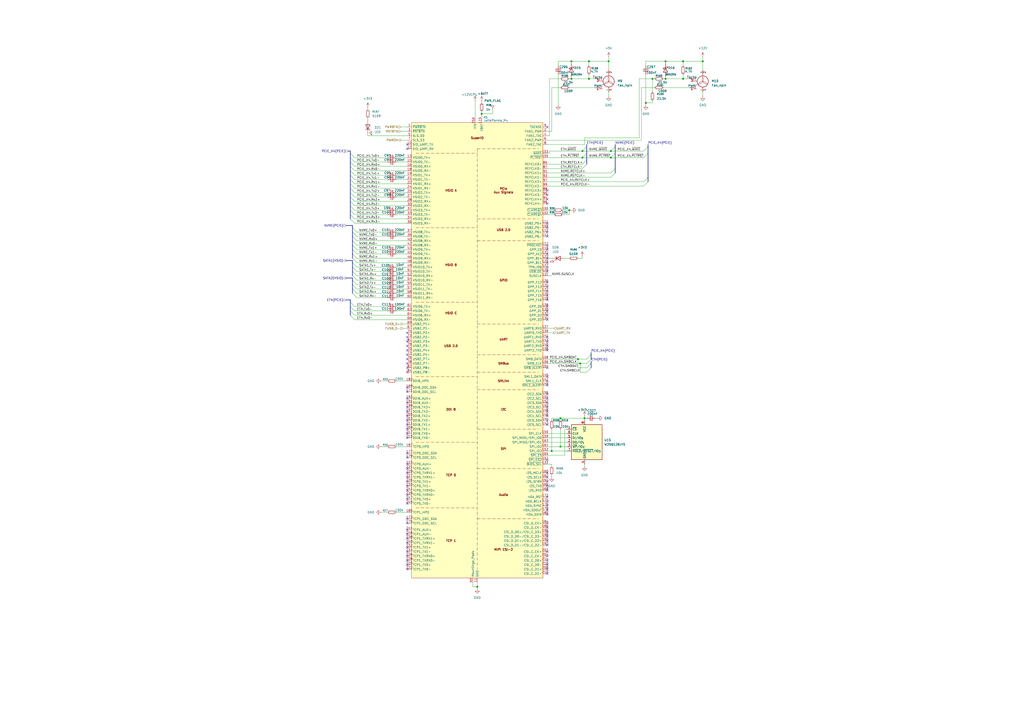
<source format=kicad_sch>
(kicad_sch (version 20250114) (generator "eeschema") (generator_version "9.0")
  (paper "A2")
  (junction (at 330.2 121.92))
  (junction (at 354.33 91.44))
  (junction (at 325.12 259.08))
  (junction (at 336.55 210.82))
  (junction (at 325.12 242.57))
  (junction (at 331.47 45.72))
  (junction (at 339.09 242.57))
  (junction (at 386.08 35.56))
  (junction (at 279.4 66.04))
  (junction (at 374.65 59.69))
  (junction (at 341.63 45.72))
  (junction (at 335.28 208.28))
  (junction (at 276.86 340.36))
  (junction (at 386.08 45.72))
  (junction (at 396.24 35.56))
  (junction (at 341.63 35.56))
  (junction (at 407.67 35.56))
  (junction (at 396.24 45.72))
  (junction (at 354.33 87.63))
  (junction (at 378.46 45.72))
  (junction (at 337.82 87.63))
  (junction (at 320.04 261.62))
  (junction (at 337.82 91.44))
  (junction (at 331.47 35.56))
  (junction (at 353.06 35.56))
  (no_connect (at 317.5 180.34))
  (no_connect (at 236.22 224.79))
  (no_connect (at 317.5 233.68))
  (no_connect (at 317.5 218.44))
  (no_connect (at 236.22 208.28))
  (no_connect (at 317.5 129.54))
  (no_connect (at 317.5 276.86))
  (no_connect (at 236.22 320.04))
  (no_connect (at 236.22 248.92))
  (no_connect (at 236.22 215.9))
  (no_connect (at 317.5 113.03))
  (no_connect (at 317.5 303.53))
  (no_connect (at 317.5 284.48))
  (no_connect (at 236.22 303.53))
  (no_connect (at 236.22 314.96))
  (no_connect (at 236.22 203.2))
  (no_connect (at 236.22 246.38))
  (no_connect (at 317.5 198.12))
  (no_connect (at 317.5 118.11))
  (no_connect (at 317.5 266.7))
  (no_connect (at 317.5 327.66))
  (no_connect (at 236.22 327.66))
  (no_connect (at 236.22 251.46))
  (no_connect (at 236.22 83.82))
  (no_connect (at 236.22 281.94))
  (no_connect (at 317.5 281.94))
  (no_connect (at 317.5 290.83))
  (no_connect (at 317.5 213.36))
  (no_connect (at 317.5 134.62))
  (no_connect (at 317.5 288.29))
  (no_connect (at 236.22 213.36))
  (no_connect (at 236.22 330.2))
  (no_connect (at 317.5 185.42))
  (no_connect (at 317.5 274.32))
  (no_connect (at 236.22 198.12))
  (no_connect (at 236.22 287.02))
  (no_connect (at 236.22 195.58))
  (no_connect (at 236.22 265.43))
  (no_connect (at 317.5 295.91))
  (no_connect (at 317.5 173.99))
  (no_connect (at 236.22 274.32))
  (no_connect (at 317.5 168.91))
  (no_connect (at 317.5 166.37))
  (no_connect (at 317.5 157.48))
  (no_connect (at 317.5 330.2))
  (no_connect (at 317.5 308.61))
  (no_connect (at 317.5 236.22))
  (no_connect (at 236.22 205.74))
  (no_connect (at 317.5 320.04))
  (no_connect (at 317.5 332.74))
  (no_connect (at 236.22 238.76))
  (no_connect (at 236.22 193.04))
  (no_connect (at 317.5 132.08))
  (no_connect (at 317.5 238.76))
  (no_connect (at 317.5 306.07))
  (no_connect (at 317.5 246.38))
  (no_connect (at 317.5 171.45))
  (no_connect (at 317.5 316.23))
  (no_connect (at 317.5 298.45))
  (no_connect (at 317.5 203.2))
  (no_connect (at 317.5 241.3))
  (no_connect (at 236.22 317.5))
  (no_connect (at 317.5 200.66))
  (no_connect (at 317.5 177.8))
  (no_connect (at 236.22 262.89))
  (no_connect (at 236.22 210.82))
  (no_connect (at 236.22 269.24))
  (no_connect (at 236.22 254))
  (no_connect (at 236.22 243.84))
  (no_connect (at 236.22 322.58))
  (no_connect (at 317.5 147.32))
  (no_connect (at 236.22 200.66))
  (no_connect (at 236.22 309.88))
  (no_connect (at 317.5 144.78))
  (no_connect (at 317.5 293.37))
  (no_connect (at 317.5 228.6))
  (no_connect (at 317.5 142.24))
  (no_connect (at 317.5 325.12))
  (no_connect (at 317.5 220.98))
  (no_connect (at 317.5 137.16))
  (no_connect (at 236.22 325.12))
  (no_connect (at 236.22 86.36))
  (no_connect (at 317.5 243.84))
  (no_connect (at 317.5 223.52))
  (no_connect (at 317.5 110.49))
  (no_connect (at 236.22 233.68))
  (no_connect (at 317.5 182.88))
  (no_connect (at 317.5 279.4))
  (no_connect (at 317.5 149.86))
  (no_connect (at 236.22 300.99))
  (no_connect (at 236.22 271.78))
  (no_connect (at 317.5 152.4))
  (no_connect (at 236.22 236.22))
  (no_connect (at 236.22 279.4))
  (no_connect (at 236.22 227.33))
  (no_connect (at 317.5 195.58))
  (no_connect (at 317.5 73.66))
  (no_connect (at 236.22 276.86))
  (no_connect (at 236.22 307.34))
  (no_connect (at 317.5 313.69))
  (no_connect (at 317.5 115.57))
  (no_connect (at 236.22 312.42))
  (no_connect (at 317.5 163.83))
  (no_connect (at 236.22 292.1))
  (no_connect (at 317.5 311.15))
  (no_connect (at 236.22 289.56))
  (no_connect (at 317.5 231.14))
  (no_connect (at 317.5 154.94))
  (no_connect (at 317.5 322.58))
  (no_connect (at 236.22 284.48))
  (no_connect (at 236.22 241.3))
  (no_connect (at 236.22 231.14))
  (bus_entry (at 340.36 92.71) (size -2.54 2.54))
  (bus_entry (at 203.2 114.3) (size 2.54 2.54))
  (bus_entry (at 204.47 144.78) (size 2.54 2.54))
  (bus_entry (at 204.47 139.7) (size 2.54 2.54))
  (bus_entry (at 203.2 104.14) (size 2.54 2.54))
  (bus_entry (at 375.92 105.41) (size -2.54 2.54))
  (bus_entry (at 356.87 85.09) (size -2.54 2.54))
  (bus_entry (at 203.2 101.6) (size 2.54 2.54))
  (bus_entry (at 204.47 170.18) (size 2.54 2.54))
  (bus_entry (at 204.47 137.16) (size 2.54 2.54))
  (bus_entry (at 342.9 208.28) (size -2.54 2.54))
  (bus_entry (at 203.2 93.98) (size 2.54 2.54))
  (bus_entry (at 203.2 180.34) (size 2.54 2.54))
  (bus_entry (at 203.2 116.84) (size 2.54 2.54))
  (bus_entry (at 340.36 95.25) (size -2.54 2.54))
  (bus_entry (at 204.47 154.94) (size 2.54 2.54))
  (bus_entry (at 203.2 99.06) (size 2.54 2.54))
  (bus_entry (at 356.87 88.9) (size -2.54 2.54))
  (bus_entry (at 203.2 88.9) (size 2.54 2.54))
  (bus_entry (at 340.36 88.9) (size -2.54 2.54))
  (bus_entry (at 203.2 91.44) (size 2.54 2.54))
  (bus_entry (at 204.47 165.1) (size 2.54 2.54))
  (bus_entry (at 203.2 96.52) (size 2.54 2.54))
  (bus_entry (at 375.92 102.87) (size -2.54 2.54))
  (bus_entry (at 203.2 124.46) (size 2.54 2.54))
  (bus_entry (at 342.9 210.82) (size -2.54 2.54))
  (bus_entry (at 203.2 182.88) (size 2.54 2.54))
  (bus_entry (at 204.47 132.08) (size 2.54 2.54))
  (bus_entry (at 204.47 149.86) (size 2.54 2.54))
  (bus_entry (at 356.87 100.33) (size -2.54 2.54))
  (bus_entry (at 203.2 106.68) (size 2.54 2.54))
  (bus_entry (at 203.2 109.22) (size 2.54 2.54))
  (bus_entry (at 375.92 88.9) (size -2.54 2.54))
  (bus_entry (at 342.9 205.74) (size -2.54 2.54))
  (bus_entry (at 204.47 142.24) (size 2.54 2.54))
  (bus_entry (at 375.92 85.09) (size -2.54 2.54))
  (bus_entry (at 203.2 121.92) (size 2.54 2.54))
  (bus_entry (at 204.47 160.02) (size 2.54 2.54))
  (bus_entry (at 340.36 85.09) (size -2.54 2.54))
  (bus_entry (at 204.47 147.32) (size 2.54 2.54))
  (bus_entry (at 203.2 111.76) (size 2.54 2.54))
  (bus_entry (at 203.2 177.8) (size 2.54 2.54))
  (bus_entry (at 203.2 119.38) (size 2.54 2.54))
  (bus_entry (at 342.9 213.36) (size -2.54 2.54))
  (bus_entry (at 204.47 162.56) (size 2.54 2.54))
  (bus_entry (at 356.87 97.79) (size -2.54 2.54))
  (bus_entry (at 204.47 134.62) (size 2.54 2.54))
  (bus_entry (at 204.47 152.4) (size 2.54 2.54))
  (bus_entry (at 203.2 175.26) (size 2.54 2.54))
  (bus_entry (at 203.2 127) (size 2.54 2.54))
  (bus_entry (at 204.47 167.64) (size 2.54 2.54))
  (bus_entry (at 204.47 157.48) (size 2.54 2.54))
  (wire (pts (xy 229.87 160.02) (xy 236.22 160.02)))
  (wire (pts (xy 317.5 210.82) (xy 336.55 210.82)))
  (wire (pts (xy 331.47 36.83) (xy 331.47 35.56)))
  (wire (pts (xy 207.01 167.64) (xy 224.79 167.64)))
  (bus (pts (xy 200.66 173.99) (xy 203.2 173.99)))
  (wire (pts (xy 326.39 121.92) (xy 330.2 121.92)))
  (wire (pts (xy 317.5 91.44) (xy 337.82 91.44)))
  (wire (pts (xy 207.01 170.18) (xy 224.79 170.18)))
  (wire (pts (xy 370.84 80.01) (xy 370.84 45.72)))
  (bus (pts (xy 356.87 97.79) (xy 356.87 100.33)))
  (wire (pts (xy 386.08 35.56) (xy 396.24 35.56)))
  (wire (pts (xy 207.01 157.48) (xy 224.79 157.48)))
  (wire (pts (xy 229.87 124.46) (xy 236.22 124.46)))
  (wire (pts (xy 317.5 105.41) (xy 373.38 105.41)))
  (wire (pts (xy 337.82 149.86) (xy 335.28 149.86)))
  (wire (pts (xy 317.5 251.46) (xy 328.93 251.46)))
  (bus (pts (xy 201.93 87.63) (xy 203.2 87.63)))
  (wire (pts (xy 205.74 180.34) (xy 224.79 180.34)))
  (bus (pts (xy 203.2 91.44) (xy 203.2 93.98)))
  (bus (pts (xy 203.2 87.63) (xy 203.2 88.9)))
  (bus (pts (xy 204.47 151.13) (xy 204.47 152.4)))
  (wire (pts (xy 320.04 50.8) (xy 325.12 50.8)))
  (wire (pts (xy 341.63 35.56) (xy 353.06 35.56)))
  (bus (pts (xy 340.36 83.82) (xy 340.36 85.09)))
  (bus (pts (xy 204.47 152.4) (xy 204.47 154.94)))
  (wire (pts (xy 317.5 107.95) (xy 373.38 107.95)))
  (bus (pts (xy 204.47 144.78) (xy 204.47 147.32)))
  (wire (pts (xy 386.08 36.83) (xy 386.08 35.56)))
  (wire (pts (xy 207.01 165.1) (xy 224.79 165.1)))
  (bus (pts (xy 203.2 121.92) (xy 203.2 124.46)))
  (wire (pts (xy 336.55 210.82) (xy 340.36 210.82)))
  (wire (pts (xy 233.68 187.96) (xy 236.22 187.96)))
  (bus (pts (xy 375.92 85.09) (xy 375.92 88.9)))
  (wire (pts (xy 207.01 144.78) (xy 224.79 144.78)))
  (bus (pts (xy 375.92 83.82) (xy 375.92 85.09)))
  (wire (pts (xy 317.5 100.33) (xy 354.33 100.33)))
  (bus (pts (xy 203.2 93.98) (xy 203.2 96.52)))
  (wire (pts (xy 341.63 43.18) (xy 341.63 45.72)))
  (wire (pts (xy 229.87 180.34) (xy 236.22 180.34)))
  (wire (pts (xy 354.33 87.63) (xy 373.38 87.63)))
  (bus (pts (xy 356.87 85.09) (xy 356.87 88.9)))
  (wire (pts (xy 353.06 53.34) (xy 353.06 55.88)))
  (wire (pts (xy 318.77 87.63) (xy 337.82 87.63)))
  (wire (pts (xy 353.06 35.56) (xy 353.06 40.64)))
  (wire (pts (xy 320.04 275.59) (xy 320.04 276.86)))
  (bus (pts (xy 203.2 104.14) (xy 203.2 106.68)))
  (wire (pts (xy 374.65 59.69) (xy 378.46 59.69)))
  (wire (pts (xy 339.09 241.3) (xy 339.09 242.57)))
  (wire (pts (xy 317.5 190.5) (xy 321.31 190.5)))
  (wire (pts (xy 320.04 243.84) (xy 320.04 242.57)))
  (wire (pts (xy 396.24 45.72) (xy 400.05 45.72)))
  (bus (pts (xy 200.66 130.81) (xy 204.47 130.81)))
  (bus (pts (xy 203.2 116.84) (xy 203.2 119.38)))
  (bus (pts (xy 342.9 205.74) (xy 342.9 208.28)))
  (wire (pts (xy 396.24 45.72) (xy 386.08 45.72)))
  (bus (pts (xy 203.2 88.9) (xy 203.2 91.44)))
  (wire (pts (xy 207.01 162.56) (xy 224.79 162.56)))
  (wire (pts (xy 407.67 53.34) (xy 407.67 55.88)))
  (wire (pts (xy 207.01 154.94) (xy 224.79 154.94)))
  (wire (pts (xy 205.74 104.14) (xy 224.79 104.14)))
  (wire (pts (xy 320.04 242.57) (xy 325.12 242.57)))
  (wire (pts (xy 229.87 93.98) (xy 236.22 93.98)))
  (bus (pts (xy 204.47 167.64) (xy 204.47 170.18)))
  (bus (pts (xy 340.36 92.71) (xy 340.36 95.25)))
  (bus (pts (xy 204.47 157.48) (xy 204.47 160.02)))
  (wire (pts (xy 207.01 139.7) (xy 236.22 139.7)))
  (wire (pts (xy 323.85 43.18) (xy 323.85 60.96)))
  (wire (pts (xy 335.28 213.36) (xy 340.36 213.36)))
  (wire (pts (xy 317.5 102.87) (xy 354.33 102.87)))
  (wire (pts (xy 353.06 33.02) (xy 353.06 35.56)))
  (wire (pts (xy 205.74 99.06) (xy 236.22 99.06)))
  (bus (pts (xy 204.47 161.29) (xy 204.47 162.56)))
  (wire (pts (xy 317.5 256.54) (xy 328.93 256.54)))
  (wire (pts (xy 207.01 134.62) (xy 224.79 134.62)))
  (wire (pts (xy 220.98 220.98) (xy 224.79 220.98)))
  (wire (pts (xy 229.87 114.3) (xy 236.22 114.3)))
  (wire (pts (xy 339.09 242.57) (xy 339.09 243.84)))
  (wire (pts (xy 325.12 242.57) (xy 339.09 242.57)))
  (wire (pts (xy 317.5 208.28) (xy 335.28 208.28)))
  (wire (pts (xy 285.75 63.5) (xy 285.75 66.04)))
  (bus (pts (xy 203.2 99.06) (xy 203.2 101.6)))
  (bus (pts (xy 203.2 177.8) (xy 203.2 180.34)))
  (wire (pts (xy 205.74 114.3) (xy 224.79 114.3)))
  (bus (pts (xy 356.87 83.82) (xy 356.87 85.09)))
  (bus (pts (xy 342.9 209.55) (xy 342.9 210.82)))
  (wire (pts (xy 317.5 261.62) (xy 320.04 261.62)))
  (wire (pts (xy 318.77 45.72) (xy 325.12 45.72)))
  (wire (pts (xy 337.82 148.59) (xy 337.82 149.86)))
  (wire (pts (xy 336.55 215.9) (xy 340.36 215.9)))
  (wire (pts (xy 232.41 73.66) (xy 236.22 73.66)))
  (bus (pts (xy 200.66 161.29) (xy 204.47 161.29)))
  (wire (pts (xy 317.5 97.79) (xy 337.82 97.79)))
  (wire (pts (xy 345.44 242.57) (xy 346.71 242.57)))
  (wire (pts (xy 378.46 53.34) (xy 378.46 45.72)))
  (wire (pts (xy 229.87 111.76) (xy 236.22 111.76)))
  (wire (pts (xy 378.46 45.72) (xy 379.73 45.72)))
  (wire (pts (xy 207.01 137.16) (xy 224.79 137.16)))
  (wire (pts (xy 213.36 68.58) (xy 213.36 69.85)))
  (bus (pts (xy 356.87 88.9) (xy 356.87 97.79)))
  (wire (pts (xy 205.74 109.22) (xy 236.22 109.22)))
  (wire (pts (xy 205.74 96.52) (xy 236.22 96.52)))
  (wire (pts (xy 318.77 88.9) (xy 317.5 88.9)))
  (bus (pts (xy 204.47 132.08) (xy 204.47 134.62)))
  (wire (pts (xy 207.01 172.72) (xy 224.79 172.72)))
  (wire (pts (xy 276.86 337.82) (xy 276.86 340.36)))
  (wire (pts (xy 320.04 269.24) (xy 317.5 269.24)))
  (bus (pts (xy 204.47 139.7) (xy 204.47 142.24)))
  (wire (pts (xy 341.63 38.1) (xy 341.63 35.56)))
  (bus (pts (xy 204.47 162.56) (xy 204.47 165.1)))
  (wire (pts (xy 205.74 111.76) (xy 224.79 111.76)))
  (wire (pts (xy 370.84 45.72) (xy 378.46 45.72)))
  (wire (pts (xy 330.2 50.8) (xy 345.44 50.8)))
  (wire (pts (xy 331.47 121.92) (xy 330.2 121.92)))
  (wire (pts (xy 205.74 121.92) (xy 224.79 121.92)))
  (bus (pts (xy 203.2 111.76) (xy 203.2 114.3)))
  (wire (pts (xy 279.4 58.42) (xy 279.4 59.69)))
  (wire (pts (xy 205.74 106.68) (xy 236.22 106.68)))
  (wire (pts (xy 229.87 137.16) (xy 236.22 137.16)))
  (bus (pts (xy 203.2 106.68) (xy 203.2 109.22)))
  (wire (pts (xy 372.11 81.28) (xy 372.11 50.8)))
  (wire (pts (xy 229.87 154.94) (xy 236.22 154.94)))
  (wire (pts (xy 323.85 35.56) (xy 323.85 38.1)))
  (wire (pts (xy 317.5 95.25) (xy 337.82 95.25)))
  (bus (pts (xy 342.9 210.82) (xy 342.9 213.36)))
  (wire (pts (xy 229.87 134.62) (xy 236.22 134.62)))
  (wire (pts (xy 327.66 248.92) (xy 328.93 248.92)))
  (wire (pts (xy 339.09 242.57) (xy 340.36 242.57)))
  (wire (pts (xy 331.47 35.56) (xy 323.85 35.56)))
  (wire (pts (xy 337.82 87.63) (xy 354.33 87.63)))
  (wire (pts (xy 205.74 124.46) (xy 224.79 124.46)))
  (wire (pts (xy 318.77 78.74) (xy 318.77 45.72)))
  (wire (pts (xy 213.36 78.74) (xy 236.22 78.74)))
  (bus (pts (xy 200.66 151.13) (xy 204.47 151.13)))
  (wire (pts (xy 276.86 340.36) (xy 276.86 341.63)))
  (bus (pts (xy 204.47 142.24) (xy 204.47 144.78)))
  (bus (pts (xy 203.2 114.3) (xy 203.2 116.84)))
  (bus (pts (xy 340.36 88.9) (xy 340.36 92.71)))
  (wire (pts (xy 331.47 35.56) (xy 341.63 35.56)))
  (wire (pts (xy 339.09 80.01) (xy 370.84 80.01)))
  (wire (pts (xy 229.87 165.1) (xy 236.22 165.1)))
  (bus (pts (xy 375.92 88.9) (xy 375.92 102.87)))
  (wire (pts (xy 317.5 149.86) (xy 320.04 149.86)))
  (wire (pts (xy 205.74 101.6) (xy 224.79 101.6)))
  (wire (pts (xy 386.08 35.56) (xy 374.65 35.56)))
  (wire (pts (xy 325.12 248.92) (xy 325.12 259.08)))
  (wire (pts (xy 354.33 91.44) (xy 373.38 91.44)))
  (wire (pts (xy 407.67 35.56) (xy 407.67 40.64)))
  (wire (pts (xy 320.04 76.2) (xy 320.04 50.8)))
  (wire (pts (xy 207.01 160.02) (xy 224.79 160.02)))
  (wire (pts (xy 327.66 264.16) (xy 327.66 248.92)))
  (bus (pts (xy 204.47 130.81) (xy 204.47 132.08)))
  (wire (pts (xy 207.01 142.24) (xy 236.22 142.24)))
  (wire (pts (xy 229.87 177.8) (xy 236.22 177.8)))
  (wire (pts (xy 335.28 208.28) (xy 335.28 213.36)))
  (wire (pts (xy 386.08 45.72) (xy 386.08 44.45)))
  (wire (pts (xy 396.24 43.18) (xy 396.24 45.72)))
  (wire (pts (xy 220.98 297.18) (xy 224.79 297.18)))
  (wire (pts (xy 320.04 261.62) (xy 328.93 261.62)))
  (wire (pts (xy 317.5 81.28) (xy 372.11 81.28)))
  (bus (pts (xy 204.47 137.16) (xy 204.47 139.7)))
  (wire (pts (xy 229.87 101.6) (xy 236.22 101.6)))
  (wire (pts (xy 229.87 91.44) (xy 236.22 91.44)))
  (wire (pts (xy 317.5 83.82) (xy 339.09 83.82)))
  (wire (pts (xy 337.82 91.44) (xy 354.33 91.44)))
  (wire (pts (xy 205.74 119.38) (xy 236.22 119.38)))
  (wire (pts (xy 317.5 264.16) (xy 327.66 264.16)))
  (wire (pts (xy 229.87 144.78) (xy 236.22 144.78)))
  (wire (pts (xy 374.65 35.56) (xy 374.65 38.1)))
  (wire (pts (xy 207.01 149.86) (xy 236.22 149.86)))
  (wire (pts (xy 341.63 45.72) (xy 331.47 45.72)))
  (bus (pts (xy 342.9 204.47) (xy 342.9 205.74)))
  (wire (pts (xy 229.87 147.32) (xy 236.22 147.32)))
  (bus (pts (xy 203.2 119.38) (xy 203.2 121.92)))
  (wire (pts (xy 279.4 66.04) (xy 279.4 68.58)))
  (wire (pts (xy 229.87 104.14) (xy 236.22 104.14)))
  (wire (pts (xy 327.66 149.86) (xy 330.2 149.86)))
  (wire (pts (xy 229.87 220.98) (xy 236.22 220.98)))
  (wire (pts (xy 317.5 124.46) (xy 321.31 124.46)))
  (wire (pts (xy 205.74 182.88) (xy 236.22 182.88)))
  (bus (pts (xy 203.2 96.52) (xy 203.2 99.06)))
  (bus (pts (xy 203.2 124.46) (xy 203.2 127)))
  (bus (pts (xy 204.47 165.1) (xy 204.47 167.64)))
  (wire (pts (xy 205.74 91.44) (xy 224.79 91.44)))
  (wire (pts (xy 205.74 129.54) (xy 236.22 129.54)))
  (wire (pts (xy 279.4 64.77) (xy 279.4 66.04)))
  (wire (pts (xy 384.81 50.8) (xy 400.05 50.8)))
  (wire (pts (xy 205.74 177.8) (xy 224.79 177.8)))
  (wire (pts (xy 317.5 160.02) (xy 320.04 160.02)))
  (bus (pts (xy 203.2 173.99) (xy 203.2 175.26)))
  (wire (pts (xy 205.74 127) (xy 236.22 127)))
  (wire (pts (xy 229.87 121.92) (xy 236.22 121.92)))
  (wire (pts (xy 335.28 208.28) (xy 340.36 208.28)))
  (wire (pts (xy 341.63 45.72) (xy 345.44 45.72)))
  (wire (pts (xy 229.87 167.64) (xy 236.22 167.64)))
  (bus (pts (xy 203.2 101.6) (xy 203.2 104.14)))
  (wire (pts (xy 374.65 43.18) (xy 374.65 59.69)))
  (wire (pts (xy 317.5 121.92) (xy 321.31 121.92)))
  (wire (pts (xy 317.5 193.04) (xy 321.31 193.04)))
  (wire (pts (xy 339.09 83.82) (xy 339.09 80.01)))
  (wire (pts (xy 378.46 58.42) (xy 378.46 59.69)))
  (bus (pts (xy 375.92 102.87) (xy 375.92 105.41)))
  (wire (pts (xy 275.59 58.42) (xy 275.59 68.58)))
  (wire (pts (xy 213.36 77.47) (xy 213.36 78.74)))
  (bus (pts (xy 204.47 154.94) (xy 204.47 157.48)))
  (wire (pts (xy 229.87 297.18) (xy 236.22 297.18)))
  (wire (pts (xy 220.98 259.08) (xy 224.79 259.08)))
  (wire (pts (xy 384.81 45.72) (xy 386.08 45.72)))
  (wire (pts (xy 330.2 45.72) (xy 331.47 45.72)))
  (wire (pts (xy 285.75 66.04) (xy 279.4 66.04)))
  (wire (pts (xy 229.87 170.18) (xy 236.22 170.18)))
  (wire (pts (xy 331.47 45.72) (xy 331.47 44.45)))
  (wire (pts (xy 205.74 116.84) (xy 236.22 116.84)))
  (wire (pts (xy 396.24 35.56) (xy 407.67 35.56)))
  (wire (pts (xy 229.87 172.72) (xy 236.22 172.72)))
  (wire (pts (xy 229.87 162.56) (xy 236.22 162.56)))
  (wire (pts (xy 336.55 210.82) (xy 336.55 215.9)))
  (wire (pts (xy 205.74 93.98) (xy 224.79 93.98)))
  (wire (pts (xy 229.87 259.08) (xy 236.22 259.08)))
  (wire (pts (xy 372.11 50.8) (xy 379.73 50.8)))
  (wire (pts (xy 325.12 242.57) (xy 325.12 243.84)))
  (wire (pts (xy 318.77 87.63) (xy 318.77 88.9)))
  (wire (pts (xy 330.2 124.46) (xy 330.2 121.92)))
  (wire (pts (xy 229.87 157.48) (xy 236.22 157.48)))
  (wire (pts (xy 320.04 269.24) (xy 320.04 270.51)))
  (bus (pts (xy 204.47 147.32) (xy 204.47 149.86)))
  (bus (pts (xy 203.2 109.22) (xy 203.2 111.76)))
  (bus (pts (xy 204.47 134.62) (xy 204.47 137.16)))
  (wire (pts (xy 326.39 124.46) (xy 330.2 124.46)))
  (wire (pts (xy 320.04 248.92) (xy 320.04 261.62)))
  (bus (pts (xy 203.2 180.34) (xy 203.2 182.88)))
  (wire (pts (xy 233.68 190.5) (xy 236.22 190.5)))
  (wire (pts (xy 339.09 269.24) (xy 339.09 270.51)))
  (wire (pts (xy 317.5 78.74) (xy 318.77 78.74)))
  (wire (pts (xy 407.67 33.02) (xy 407.67 35.56)))
  (wire (pts (xy 317.5 76.2) (xy 320.04 76.2)))
  (wire (pts (xy 274.32 340.36) (xy 276.86 340.36)))
  (wire (pts (xy 317.5 259.08) (xy 325.12 259.08)))
  (bus (pts (xy 203.2 175.26) (xy 203.2 177.8)))
  (wire (pts (xy 213.36 62.23) (xy 213.36 63.5)))
  (wire (pts (xy 232.41 76.2) (xy 236.22 76.2)))
  (wire (pts (xy 274.32 337.82) (xy 274.32 340.36)))
  (bus (pts (xy 340.36 85.09) (xy 340.36 88.9)))
  (wire (pts (xy 207.01 152.4) (xy 236.22 152.4)))
  (wire (pts (xy 207.01 147.32) (xy 224.79 147.32)))
  (wire (pts (xy 205.74 185.42) (xy 236.22 185.42)))
  (wire (pts (xy 374.65 59.69) (xy 374.65 60.96)))
  (wire (pts (xy 317.5 254) (xy 328.93 254)))
  (wire (pts (xy 232.41 81.28) (xy 236.22 81.28)))
  (wire (pts (xy 396.24 38.1) (xy 396.24 35.56)))
  (wire (pts (xy 325.12 259.08) (xy 328.93 259.08)))
  (label "PCIE_X4.Rx1+" (at 207.01 106.68 0))
  (label "NVME.Rx1+" (at 208.28 149.86 0))
  (label "SATA2.Rx-" (at 208.28 172.72 0))
  (label "ETH.Tx0-" (at 207.01 180.34 0))
  (label "ETH.REFCLK-" (at 325.12 97.79 0))
  (label "PCIE_X4{PCIE}" (at 342.9 204.47 0))
  (label "SATA1.Rx-" (at 208.28 162.56 0))
  (label "PCIE_X4.Tx1-" (at 207.01 104.14 0))
  (label "NVME.Tx1+" (at 208.28 144.78 0))
  (label "PCIE_X4.Tx0+" (at 207.01 91.44 0))
  (label "SATA2.Rx+" (at 208.28 170.18 0))
  (label "NVME.REFCLK-" (at 325.12 102.87 0))
  (label "NVME.Tx1-" (at 208.28 147.32 0))
  (label "ETH.SMBCLK" (at 336.55 215.9 180))
  (label "ETH.Tx0+" (at 207.01 177.8 0))
  (label "PCIE_X4.Tx1+" (at 207.01 101.6 0))
  (label "PCIE_X4.Rx1-" (at 207.01 109.22 0))
  (label "NVME.Rx0+" (at 208.28 139.7 0))
  (label "ETH.Rx0-" (at 207.01 185.42 0))
  (label "ETH.Rx0+" (at 207.01 182.88 0))
  (label "PCIE_X4{PCIE}" (at 375.92 83.82 0))
  (label "PCIE_X4.Rx3-" (at 207.01 129.54 0))
  (label "NVME.Tx0+" (at 208.28 134.62 0))
  (label "SATA1.Tx-" (at 208.28 157.48 0))
  (label "PCIE_X4.~{WAKE}" (at 358.14 87.63 0))
  (label "NVME.Rx0-" (at 208.28 142.24 0))
  (label "PCIE_X4.Tx2-" (at 207.01 114.3 0))
  (label "NVME{PCIE}" (at 356.87 83.82 0))
  (label "SATA2.Tx+" (at 208.28 165.1 0))
  (label "PCIE_X4.Tx2+" (at 207.01 111.76 0))
  (label "PCIE_X4.Rx2+" (at 207.01 116.84 0))
  (label "PCIE_X4.REFCLK-" (at 325.12 107.95 0))
  (label "PCIE_X4.Rx0+" (at 207.01 96.52 0))
  (label "PCIE_X4.Rx2-" (at 207.01 119.38 0))
  (label "PCIE_X4.REFCLK+" (at 325.12 105.41 0))
  (label "NVME.REFCLK+" (at 325.12 100.33 0))
  (label "SATA1.Rx+" (at 208.28 160.02 0))
  (label "PCIE_X4.Tx3-" (at 207.01 124.46 0))
  (label "NVME.~{PLTRST}" (at 341.63 91.44 0))
  (label "ETH.~{PLTRST}" (at 325.12 91.44 0))
  (label "ETH.SMBDAT" (at 335.28 213.36 180))
  (label "NVME.SUSCLK" (at 320.04 160.02 0))
  (label "PCIE_X4.Rx3+" (at 207.01 127 0))
  (label "ETH{PCIE}" (at 340.36 83.82 0))
  (label "PCIE_X4.SMBCLK" (at 318.77 210.82 0))
  (label "ETH.~{WAKE}" (at 325.12 87.63 0))
  (label "NVME.~{WAKE}" (at 341.63 87.63 0))
  (label "ETH.REFCLK+" (at 325.12 95.25 0))
  (label "ETH{PCIE}" (at 342.9 209.55 0))
  (label "PCIE_X4.Rx0-" (at 207.01 99.06 0))
  (label "SATA2.Tx-" (at 208.28 167.64 0))
  (label "PCIE_X4.Tx3+" (at 207.01 121.92 0))
  (label "SATA1.Tx+" (at 208.28 154.94 0))
  (label "PCIE_X4.~{PLTRST}" (at 358.14 91.44 0))
  (label "PCIE_X4.Tx0-" (at 207.01 93.98 0))
  (label "NVME.Rx1-" (at 208.28 152.4 0))
  (label "NVME.Tx0-" (at 208.28 137.16 0))
  (label "PCIE_X4.SMBDAT" (at 318.77 208.28 0))
  (hierarchical_label "FUSB_D+" (shape input) (at 233.68 187.96 180))
  (hierarchical_label "UART_TX" (shape output) (at 321.31 193.04 0))
  (hierarchical_label "NVME{PCIE}" (shape input) (at 200.66 130.81 180))
  (hierarchical_label "PCIE_X4{PCIE}" (shape input) (at 201.93 87.63 180))
  (hierarchical_label "SATA2{HSIO}" (shape output) (at 200.66 161.29 180))
  (hierarchical_label "RSTBTN" (shape input) (at 232.41 76.2 180))
  (hierarchical_label "UART_RX" (shape input) (at 321.31 190.5 0))
  (hierarchical_label "PWRBTN" (shape input) (at 232.41 73.66 180))
  (hierarchical_label "SATA1{HSIO}" (shape output) (at 200.66 151.13 180))
  (hierarchical_label "ETH{PCIE}" (shape input) (at 200.66 173.99 180))
  (hierarchical_label "FUSB_D-" (shape input) (at 233.68 190.5 180))
  (hierarchical_label "PWRON" (shape output) (at 232.41 81.28 180))
  (symbol (lib_id "Device:C_Small") (at 227.33 144.78 90) (unit 1)
    (property "Reference" "C103" (at 224.028 143.51 90))
    (property "Value" "220nF" (at 231.902 143.51 90))
    (property "Description" "Unpolarized capacitor, small symbol" (effects (hide yes)))
  )
  (symbol (lib_id "Motor:Fan_4pin") (at 353.06 48.26 0) (unit 1)
    (property "Reference" "M9" (at 358.14 46.9899 0) (effects (justify left)))
    (property "Value" "Fan_4pin" (at 358.14 49.5299 0) (effects (justify left)))
    (property "Datasheet" "http://www.formfactors.org/developer%5Cspecs%5Crev1_2_public.pdf" (effects (hide yes)))
    (property "Description" "Fan, tacho output, PWM input, 4-pin connector" (effects (hide yes)))
  )
  (symbol (lib_id "power:+12V") (at 407.67 33.02 0) (unit 1)
    (property "Reference" "#PWR0202" (effects (hide yes)))
    (property "Value" "+12V" (at 407.67 27.94 0))
    (property "Description" "Power symbol creates a global label with name \"+12V\"" (effects (hide yes)))
  )
  (symbol (lib_id "power:GND") (at 320.04 276.86 0) (unit 1)
    (property "Reference" "#PWR0284" (effects (hide yes)))
    (property "Value" "GND" (at 320.04 281.94 0))
    (property "Description" "Power symbol creates a global label with name \"GND\" , ground" (effects (hide yes)))
  )
  (symbol (lib_id "Device:C_Small") (at 227.33 154.94 90) (unit 1)
    (property "Reference" "C105" (at 223.774 153.924 90))
    (property "Value" "10nF" (at 232.156 153.67 90))
    (property "Description" "Unpolarized capacitor, small symbol" (effects (hide yes)))
  )
  (symbol (lib_id "Device:R_Small") (at 341.63 40.64 0) (unit 1)
    (property "Reference" "R158" (at 342.9 39.624 0) (effects (font (size 1.016 1.016)) (justify left)))
    (property "Value" "4.7k" (at 342.646 41.402 0) (effects (justify left)))
    (property "Description" "Resistor, small symbol" (effects (hide yes)))
  )
  (symbol (lib_id "Device:R_Small") (at 325.12 246.38 0) (unit 1)
    (property "Reference" "R210" (at 325.628 243.84 0) (effects (font (size 1.016 1.016)) (justify left)))
    (property "Value" "10k" (at 326.136 247.396 0) (effects (justify left)))
    (property "Description" "Resistor, small symbol" (effects (hide yes)))
  )
  (symbol (lib_id "Device:R_Small") (at 323.85 121.92 90) (unit 1)
    (property "Reference" "R29" (at 320.294 120.904 90) (effects (font (size 1.016 1.016))))
    (property "Value" "10k" (at 327.914 120.65 90))
    (property "Description" "Resistor, small symbol" (effects (hide yes)))
  )
  (symbol (lib_id "Device:R_Small") (at 227.33 259.08 90) (unit 1)
    (property "Reference" "R26" (at 223.52 258.064 90) (effects (font (size 1.016 1.016))))
    (property "Value" "100k" (at 231.648 257.81 90))
    (property "Description" "Resistor, small symbol" (effects (hide yes)))
  )
  (symbol (lib_id "Device:C_Small") (at 227.33 165.1 90) (unit 1)
    (property "Reference" "C109" (at 224.028 164.084 90))
    (property "Value" "10nF" (at 232.156 163.83 90))
    (property "Description" "Unpolarized capacitor, small symbol" (effects (hide yes)))
  )
  (symbol (lib_id "Device:R_Small") (at 327.66 45.72 90) (unit 1)
    (property "Reference" "R156" (at 327.66 43.942 90) (effects (font (size 1.016 1.016))))
    (property "Value" "21.5k" (at 329.692 47.752 90))
    (property "Description" "Resistor, small symbol" (effects (hide yes)))
  )
  (symbol (lib_id "power:GND") (at 353.06 55.88 0) (unit 1)
    (property "Reference" "#PWR0200" (effects (hide yes)))
    (property "Value" "GND" (at 353.06 60.96 0))
    (property "Description" "Power symbol creates a global label with name \"GND\" , ground" (effects (hide yes)))
  )
  (symbol (lib_id "Device:R_Small") (at 323.85 124.46 90) (unit 1)
    (property "Reference" "R30" (at 320.294 123.19 90) (effects (font (size 1.016 1.016))))
    (property "Value" "10k" (at 327.66 123.19 90))
    (property "Description" "Resistor, small symbol" (effects (hide yes)))
  )
  (symbol (lib_id "Device:C_Small") (at 227.33 137.16 90) (unit 1)
    (property "Reference" "C102" (at 224.028 135.89 90))
    (property "Value" "220nF" (at 231.902 135.89 90))
    (property "Description" "Unpolarized capacitor, small symbol" (effects (hide yes)))
  )
  (symbol (lib_id "power:+3V3") (at 339.09 241.3 0) (unit 1)
    (property "Reference" "#PWR0285" (effects (hide yes)))
    (property "Value" "+3V3" (at 337.82 237.744 0))
    (property "Description" "Power symbol creates a global label with name \"+3V3\"" (effects (hide yes)))
  )
  (symbol (lib_id "Memory_Flash:W25Q128JVS") (at 339.09 256.54 0) (unit 1)
    (property "Reference" "U15" (at 350.52 255.2699 0) (effects (justify left)))
    (property "Value" "W25Q128JVS" (at 350.52 257.8099 0) (effects (justify left)))
    (property "Footprint" "Package_SO:SOIC-8_5.3x5.3mm_P1.27mm" (effects (hide yes)))
    (property "Datasheet" "https://www.winbond.com/resource-files/w25q128jv_dtr%20revc%2003272018%20plus.pdf" (effects (hide yes)))
    (property "Description" "128Mbit / 16MiB Serial Flash Memory, Standard/Dual/Quad SPI, 2.7-3.6V, SOIC-8" (effects (hide yes)))
  )
  (symbol (lib_id "Device:R_Small") (at 396.24 40.64 0) (unit 1)
    (property "Reference" "R162" (at 397.51 39.624 0) (effects (font (size 1.016 1.016)) (justify left)))
    (property "Value" "4.7k" (at 397.256 41.402 0) (effects (justify left)))
    (property "Description" "Resistor, small symbol" (effects (hide yes)))
  )
  (symbol (lib_id "Device:C_Small") (at 227.33 167.64 90) (unit 1)
    (property "Reference" "C110" (at 224.028 166.624 90))
    (property "Value" "10nF" (at 232.156 166.37 90))
    (property "Description" "Unpolarized capacitor, small symbol" (effects (hide yes)))
  )
  (symbol (lib_id "Device:R_Small") (at 382.27 45.72 90) (unit 1)
    (property "Reference" "R160" (at 382.27 43.942 90) (effects (font (size 1.016 1.016))))
    (property "Value" "21.5k" (at 384.302 47.752 90))
    (property "Description" "Resistor, small symbol" (effects (hide yes)))
  )
  (symbol (lib_id "Device:R_Small") (at 279.4 62.23 0) (unit 1)
    (property "Reference" "R28" (at 281.94 60.9599 0) (effects (font (size 1.016 1.016)) (justify left)))
    (property "Value" "1k" (at 281.94 63.4999 0) (effects (justify left)))
    (property "Description" "Resistor, small symbol" (effects (hide yes)))
  )
  (symbol (lib_id "Device:C_Small") (at 227.33 160.02 90) (unit 1)
    (property "Reference" "C107" (at 224.028 159.004 90))
    (property "Value" "10nF" (at 232.156 158.75 90))
    (property "Description" "Unpolarized capacitor, small symbol" (effects (hide yes)))
  )
  (symbol (lib_id "Motor:Fan_4pin") (at 407.67 48.26 0) (unit 1)
    (property "Reference" "M10" (at 412.75 46.9899 0) (effects (justify left)))
    (property "Value" "Fan_4pin" (at 412.75 49.5299 0) (effects (justify left)))
    (property "Datasheet" "http://www.formfactors.org/developer%5Cspecs%5Crev1_2_public.pdf" (effects (hide yes)))
    (property "Description" "Fan, tacho output, PWM input, 4-pin connector" (effects (hide yes)))
  )
  (symbol (lib_id "Device:C_Small") (at 227.33 177.8 90) (unit 1)
    (property "Reference" "C113" (at 224.028 176.53 90))
    (property "Value" "100nF" (at 231.902 176.53 90))
    (property "Description" "Unpolarized capacitor, small symbol" (effects (hide yes)))
  )
  (symbol (lib_id "Device:R_Small") (at 327.66 50.8 90) (unit 1)
    (property "Reference" "R157" (at 328.422 49.276 90) (effects (font (size 1.016 1.016))))
    (property "Value" "100R" (at 329.692 52.832 90))
    (property "Description" "Resistor, small symbol" (effects (hide yes)))
  )
  (symbol (lib_id "Device:R_Small") (at 213.36 66.04 0) (unit 1)
    (property "Reference" "R167" (at 215.9 64.7699 0) (effects (font (size 1.016 1.016)) (justify left)))
    (property "Value" "510R" (at 215.9 67.3099 0) (effects (justify left)))
    (property "Description" "Resistor, small symbol" (effects (hide yes)))
  )
  (symbol (lib_id "power:+3V3") (at 213.36 62.23 0) (unit 1)
    (property "Reference" "#PWR0208" (effects (hide yes)))
    (property "Value" "+3V3" (at 213.36 57.15 0))
    (property "Description" "Power symbol creates a global label with name \"+3V3\"" (effects (hide yes)))
  )
  (symbol (lib_id "power:GND") (at 220.98 220.98 270) (unit 1)
    (property "Reference" "#PWR028" (effects (hide yes)))
    (property "Value" "GND" (at 217.17 220.9799 90) (effects (justify right)))
    (property "Description" "Power symbol creates a global label with name \"GND\" , ground" (effects (hide yes)))
  )
  (symbol (lib_id "power:GND") (at 323.85 60.96 0) (unit 1)
    (property "Reference" "#PWR0198" (effects (hide yes)))
    (property "Value" "GND" (at 323.85 66.04 0))
    (property "Description" "Power symbol creates a global label with name \"GND\" , ground" (effects (hide yes)))
  )
  (symbol (lib_id "Device:D_Schottky") (at 386.08 40.64 270) (unit 1)
    (property "Reference" "D16" (at 387.604 39.37 90) (effects (justify left)))
    (property "Value" "B0520W" (at 386.08 43.18 90) (effects (font (size 1.016 1.016)) (justify left)))
    (property "Description" "Schottky diode" (effects (hide yes)))
  )
  (symbol (lib_id "power:+BATT") (at 279.4 58.42 0) (unit 1)
    (property "Reference" "#PWR033" (effects (hide yes)))
    (property "Value" "+BATT" (at 280.162 54.356 0))
    (property "Description" "Power symbol creates a global label with name \"+BATT\"" (effects (hide yes)))
  )
  (symbol (lib_id "power:GND") (at 374.65 60.96 0) (unit 1)
    (property "Reference" "#PWR0201" (effects (hide yes)))
    (property "Value" "GND" (at 374.65 66.04 0))
    (property "Description" "Power symbol creates a global label with name \"GND\" , ground" (effects (hide yes)))
  )
  (symbol (lib_id "power:+3V3") (at 337.82 148.59 0) (unit 1)
    (property "Reference" "#PWR0213" (effects (hide yes)))
    (property "Value" "+3V3" (at 337.82 143.51 0))
    (property "Description" "Power symbol creates a global label with name \"+3V3\"" (effects (hide yes)))
  )
  (symbol (lib_id "Device:R_Small") (at 227.33 297.18 90) (unit 1)
    (property "Reference" "R27" (at 223.52 296.164 90) (effects (font (size 1.016 1.016))))
    (property "Value" "100k" (at 231.648 295.91 90))
    (property "Description" "Resistor, small symbol" (effects (hide yes)))
  )
  (symbol (lib_id "Device:C_Small") (at 342.9 242.57 90) (unit 1)
    (property "Reference" "C327" (at 343.154 238.252 90))
    (property "Value" "100nF" (at 343.662 240.03 90))
    (property "Description" "Unpolarized capacitor, small symbol" (effects (hide yes)))
  )
  (symbol (lib_id "power:GND") (at 339.09 270.51 0) (unit 1)
    (property "Reference" "#PWR0286" (effects (hide yes)))
    (property "Value" "GND" (at 339.09 275.59 0))
    (property "Description" "Power symbol creates a global label with name \"GND\" , ground" (effects (hide yes)))
  )
  (symbol (lib_id "Device:C_Small") (at 227.33 170.18 90) (unit 1)
    (property "Reference" "C111" (at 224.028 169.164 90))
    (property "Value" "10nF" (at 232.156 168.91 90))
    (property "Description" "Unpolarized capacitor, small symbol" (effects (hide yes)))
  )
  (symbol (lib_id "Device:C_Small") (at 227.33 111.76 90) (unit 1)
    (property "Reference" "C97" (at 224.536 110.49 90))
    (property "Value" "220nF" (at 231.902 110.49 90))
    (property "Description" "Unpolarized capacitor, small symbol" (effects (hide yes)))
  )
  (symbol (lib_id "power:GND") (at 407.67 55.88 0) (unit 1)
    (property "Reference" "#PWR0203" (effects (hide yes)))
    (property "Value" "GND" (at 407.67 60.96 0))
    (property "Description" "Power symbol creates a global label with name \"GND\" , ground" (effects (hide yes)))
  )
  (symbol (lib_id "Device:C_Small") (at 227.33 121.92 90) (unit 1)
    (property "Reference" "C99" (at 224.536 120.65 90))
    (property "Value" "220nF" (at 231.902 120.65 90))
    (property "Description" "Unpolarized capacitor, small symbol" (effects (hide yes)))
  )
  (symbol (lib_id "Device:LED") (at 323.85 149.86 0) (unit 1)
    (property "Reference" "D26" (at 322.2625 143.51 0))
    (property "Value" "LED" (at 322.2625 146.05 0))
    (property "Description" "Light emitting diode" (effects (hide yes)))
    (property "Sim.Pins" "1=K 2=A" (effects (hide yes)))
  )
  (symbol (lib_id "Device:C_Small") (at 374.65 40.64 0) (unit 1)
    (property "Reference" "C297" (at 375.158 38.862 0) (effects (justify left)))
    (property "Value" "100nF" (at 374.904 42.164 0) (effects (justify left)))
    (property "Description" "Unpolarized capacitor, small symbol" (effects (hide yes)))
  )
  (symbol (lib_id "Device:D_Schottky") (at 331.47 40.64 270) (unit 1)
    (property "Reference" "D15" (at 332.994 39.37 90) (effects (justify left)))
    (property "Value" "B0520W" (at 331.47 43.18 90) (effects (font (size 1.016 1.016)) (justify left)))
    (property "Description" "Schottky diode" (effects (hide yes)))
  )
  (symbol (lib_id "power:GND") (at 220.98 259.08 270) (unit 1)
    (property "Reference" "#PWR029" (effects (hide yes)))
    (property "Value" "GND" (at 217.17 259.0799 90) (effects (justify right)))
    (property "Description" "Power symbol creates a global label with name \"GND\" , ground" (effects (hide yes)))
  )
  (symbol (lib_id "power:GND") (at 220.98 297.18 270) (unit 1)
    (property "Reference" "#PWR030" (effects (hide yes)))
    (property "Value" "GND" (at 217.17 297.1799 90) (effects (justify right)))
    (property "Description" "Power symbol creates a global label with name \"GND\" , ground" (effects (hide yes)))
  )
  (symbol (lib_id "Device:C_Small") (at 227.33 147.32 90) (unit 1)
    (property "Reference" "C104" (at 224.028 146.05 90))
    (property "Value" "220nF" (at 231.902 146.05 90))
    (property "Description" "Unpolarized capacitor, small symbol" (effects (hide yes)))
  )
  (symbol (lib_id "Device:R_Small") (at 378.46 55.88 0) (unit 1)
    (property "Reference" "R159" (at 381 54.6099 0) (effects (font (size 1.016 1.016)) (justify left)))
    (property "Value" "21.5k" (at 381 57.1499 0) (effects (justify left)))
    (property "Description" "Resistor, small symbol" (effects (hide yes)))
  )
  (symbol (lib_id "Device:R_Small") (at 332.74 149.86 90) (unit 1)
    (property "Reference" "R180" (at 332.74 144.78 90) (effects (font (size 1.016 1.016))))
    (property "Value" "510R" (at 332.74 147.32 90))
    (property "Description" "Resistor, small symbol" (effects (hide yes)))
  )
  (symbol (lib_id "Device:C_Small") (at 227.33 91.44 90) (unit 1)
    (property "Reference" "C93" (at 224.79 90.17 90))
    (property "Value" "220nF" (at 231.902 90.17 90))
    (property "Description" "Unpolarized capacitor, small symbol" (effects (hide yes)))
  )
  (symbol (lib_id "Device:C_Small") (at 227.33 172.72 90) (unit 1)
    (property "Reference" "C112" (at 224.028 171.704 90))
    (property "Value" "10nF" (at 232.156 171.45 90))
    (property "Description" "Unpolarized capacitor, small symbol" (effects (hide yes)))
  )
  (symbol (lib_id "power:GND") (at 276.86 341.63 0) (unit 1)
    (property "Reference" "#PWR032" (effects (hide yes)))
    (property "Value" "GND" (at 276.86 346.71 0))
    (property "Description" "Power symbol creates a global label with name \"GND\" , ground" (effects (hide yes)))
  )
  (symbol (lib_id "power:GND") (at 346.71 242.57 90) (unit 1)
    (property "Reference" "#PWR0287" (effects (hide yes)))
    (property "Value" "GND" (at 350.52 242.5699 90) (effects (justify right)))
    (property "Description" "Power symbol creates a global label with name \"GND\" , ground" (effects (hide yes)))
  )
  (symbol (lib_id "Device:C_Small") (at 227.33 157.48 90) (unit 1)
    (property "Reference" "C106" (at 224.028 156.464 90))
    (property "Value" "10nF" (at 231.902 156.21 90))
    (property "Description" "Unpolarized capacitor, small symbol" (effects (hide yes)))
  )
  (symbol (lib_id "Device:C_Small") (at 227.33 162.56 90) (unit 1)
    (property "Reference" "C108" (at 224.028 161.544 90))
    (property "Value" "10nF" (at 231.902 161.29 90))
    (property "Description" "Unpolarized capacitor, small symbol" (effects (hide yes)))
  )
  (symbol (lib_id "power:GND") (at 331.47 121.92 90) (unit 1)
    (property "Reference" "#PWR034" (effects (hide yes)))
    (property "Value" "GND" (at 335.28 121.9199 90) (effects (justify right)))
    (property "Description" "Power symbol creates a global label with name \"GND\" , ground" (effects (hide yes)))
  )
  (symbol (lib_id "custom:+12VCPU") (at 275.59 58.42 0) (unit 1)
    (property "Reference" "#PWR031" (effects (hide yes)))
    (property "Value" "+12VCPU" (at 272.288 54.864 0))
    (property "Description" "Power symbol creates a global label with name \"+12VCPU\"" (effects (hide yes)))
  )
  (symbol (lib_id "power:+5V") (at 353.06 33.02 0) (unit 1)
    (property "Reference" "#PWR0199" (effects (hide yes)))
    (property "Value" "+5V" (at 353.06 27.94 0))
    (property "Description" "Power symbol creates a global label with name \"+5V\"" (effects (hide yes)))
  )
  (symbol (lib_id "power:PWR_FLAG") (at 285.75 63.5 0) (unit 1)
    (property "Reference" "#FLG015" (effects (hide yes)))
    (property "Value" "PWR_FLAG" (at 285.75 58.42 0))
    (property "Description" "Special symbol for telling ERC where power comes from" (effects (hide yes)))
  )
  (symbol (lib_id "Device:C_Small") (at 227.33 104.14 90) (unit 1)
    (property "Reference" "C96" (at 224.79 102.87 90))
    (property "Value" "220nF" (at 231.902 102.87 90))
    (property "Description" "Unpolarized capacitor, small symbol" (effects (hide yes)))
  )
  (symbol (lib_id "LattePanda-Mu:LattePanda_Mu") (at 276.86 203.2 0) (unit 1)
    (property "Reference" "A5" (at 280.416 68.072 0) (effects (justify left)))
    (property "Value" "LattePanda_Mu" (at 280.416 69.85 0) (effects (justify left)))
    (property "Footprint" "Module_LattePanda:LattePanda_Module_H8.0mm_Horizontal" (effects (hide yes)))
    (property "Description" "A micro computing module with x86 processer, RAM and eMMC." (effects (hide yes)))
  )
  (symbol (lib_id "Device:R_Small") (at 227.33 220.98 90) (unit 1)
    (property "Reference" "R25" (at 223.52 219.964 90) (effects (font (size 1.016 1.016))))
    (property "Value" "100k" (at 231.648 219.71 90))
    (property "Description" "Resistor, small symbol" (effects (hide yes)))
  )
  (symbol (lib_id "Device:R_Small") (at 320.04 273.05 0) (unit 1)
    (property "Reference" "R209" (at 322.58 271.7799 0) (effects (font (size 1.016 1.016)) (justify left)))
    (property "Value" "10k" (at 322.58 274.3199 0) (effects (justify left)))
    (property "Description" "Resistor, small symbol" (effects (hide yes)))
  )
  (symbol (lib_id "Device:C_Small") (at 227.33 180.34 90) (unit 1)
    (property "Reference" "C114" (at 224.028 179.07 90))
    (property "Value" "100nF" (at 231.902 179.07 90))
    (property "Description" "Unpolarized capacitor, small symbol" (effects (hide yes)))
  )
  (symbol (lib_id "Device:C_Small") (at 227.33 101.6 90) (unit 1)
    (property "Reference" "C95" (at 224.79 100.33 90))
    (property "Value" "220nF" (at 231.902 100.33 90))
    (property "Description" "Unpolarized capacitor, small symbol" (effects (hide yes)))
  )
  (symbol (lib_id "Device:R_Small") (at 382.27 50.8 90) (unit 1)
    (property "Reference" "R161" (at 383.032 49.276 90) (effects (font (size 1.016 1.016))))
    (property "Value" "100R" (at 384.302 52.832 90))
    (property "Description" "Resistor, small symbol" (effects (hide yes)))
  )
  (symbol (lib_id "Device:C_Small") (at 323.85 40.64 0) (unit 1)
    (property "Reference" "C296" (at 324.358 38.862 0) (effects (justify left)))
    (property "Value" "100nF" (at 324.104 42.164 0) (effects (justify left)))
    (property "Description" "Unpolarized capacitor, small symbol" (effects (hide yes)))
  )
  (symbol (lib_id "Device:R_Small") (at 320.04 246.38 0) (unit 1)
    (property "Reference" "R208" (at 320.548 243.84 0) (effects (font (size 1.016 1.016)) (justify left)))
    (property "Value" "10k" (at 320.802 247.396 0) (effects (justify left)))
    (property "Description" "Resistor, small symbol" (effects (hide yes)))
  )
  (symbol (lib_id "Device:C_Small") (at 227.33 114.3 90) (unit 1)
    (property "Reference" "C98" (at 224.79 113.03 90))
    (property "Value" "220nF" (at 231.902 113.03 90))
    (property "Description" "Unpolarized capacitor, small symbol" (effects (hide yes)))
  )
  (symbol (lib_id "Device:LED") (at 213.36 73.66 90) (unit 1)
    (property "Reference" "D21" (at 217.17 73.9774 90) (effects (justify right)))
    (property "Value" "LED" (at 217.17 76.5174 90) (effects (justify right)))
    (property "Description" "Light emitting diode" (effects (hide yes)))
    (property "Sim.Pins" "1=K 2=A" (effects (hide yes)))
  )
  (symbol (lib_id "Device:C_Small") (at 227.33 93.98 90) (unit 1)
    (property "Reference" "C94" (at 224.79 92.71 90))
    (property "Value" "220nF" (at 231.902 92.71 90))
    (property "Description" "Unpolarized capacitor, small symbol" (effects (hide yes)))
  )
  (symbol (lib_id "Device:C_Small") (at 227.33 134.62 90) (unit 1)
    (property "Reference" "C101" (at 224.028 133.35 90))
    (property "Value" "220nF" (at 231.902 133.35 90))
    (property "Description" "Unpolarized capacitor, small symbol" (effects (hide yes)))
  )
  (symbol (lib_id "Device:C_Small") (at 227.33 124.46 90) (unit 1)
    (property "Reference" "C100" (at 224.028 123.19 90))
    (property "Value" "220nF" (at 231.902 123.19 90))
    (property "Description" "Unpolarized capacitor, small symbol" (effects (hide yes)))
  )
)
</source>
